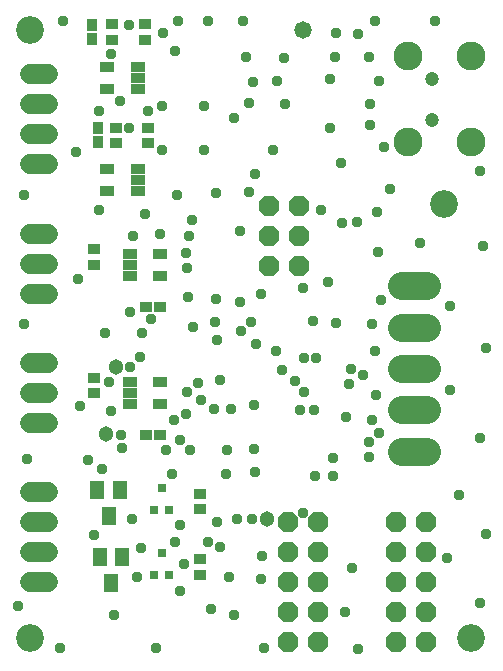
<source format=gbr>
G04 EAGLE Gerber RS-274X export*
G75*
%MOMM*%
%FSLAX34Y34*%
%LPD*%
%INSoldermask Bottom*%
%IPPOS*%
%AMOC8*
5,1,8,0,0,1.08239X$1,22.5*%
G01*
%ADD10C,2.353200*%
%ADD11C,1.203200*%
%ADD12C,2.453200*%
%ADD13R,1.103200X0.903200*%
%ADD14P,1.869504X8X112.500000*%
%ADD15R,1.193200X0.893200*%
%ADD16C,1.711200*%
%ADD17R,1.203200X1.603200*%
%ADD18R,1.128200X0.943200*%
%ADD19R,0.943200X1.128200*%
%ADD20P,1.852186X8X292.500000*%
%ADD21C,1.303200*%
%ADD22C,1.473200*%
%ADD23R,0.803200X0.753200*%
%ADD24C,2.336800*%
%ADD25C,0.959600*%


D10*
X27940Y26670D03*
X27940Y541020D03*
X401320Y26670D03*
X378460Y393700D03*
D11*
X368460Y464950D03*
X368460Y499950D03*
D12*
X401460Y445950D03*
X401460Y518950D03*
X348460Y445950D03*
X348460Y518950D03*
D13*
X97560Y546028D03*
X97560Y533028D03*
D14*
X255672Y341272D03*
X230272Y341272D03*
X255672Y366672D03*
X230272Y366672D03*
X255672Y392072D03*
X230272Y392072D03*
D15*
X119650Y423700D03*
X119650Y414200D03*
X119650Y404700D03*
X93750Y404700D03*
X93750Y423700D03*
X119650Y510060D03*
X119650Y500560D03*
X119650Y491060D03*
X93750Y491060D03*
X93750Y510060D03*
X112666Y224312D03*
X112666Y233812D03*
X112666Y243312D03*
X138566Y243312D03*
X138566Y224312D03*
X112666Y332714D03*
X112666Y342214D03*
X112666Y351714D03*
X138566Y351714D03*
X138566Y332714D03*
D13*
X125910Y546028D03*
X125910Y533028D03*
X101116Y458144D03*
X101116Y445144D03*
X128450Y458144D03*
X128450Y445144D03*
X172458Y148580D03*
X172458Y135580D03*
X172458Y93044D03*
X172458Y80044D03*
D16*
X43100Y368300D02*
X28020Y368300D01*
X28020Y342900D02*
X43100Y342900D01*
X43100Y317500D02*
X28020Y317500D01*
X28020Y259080D02*
X43100Y259080D01*
X43100Y233680D02*
X28020Y233680D01*
X28020Y208280D02*
X43100Y208280D01*
D17*
X96732Y73278D03*
X106232Y95278D03*
X87232Y95278D03*
X94700Y129996D03*
X104200Y151996D03*
X85200Y151996D03*
D13*
X82656Y246784D03*
X82656Y233784D03*
X82656Y355412D03*
X82656Y342412D03*
D18*
X138620Y306822D03*
X126620Y306822D03*
D19*
X86106Y446374D03*
X86106Y458374D03*
X81026Y533242D03*
X81026Y545242D03*
D18*
X138588Y198120D03*
X126588Y198120D03*
D16*
X43100Y504190D02*
X28020Y504190D01*
X28020Y478790D02*
X43100Y478790D01*
X43100Y453390D02*
X28020Y453390D01*
X28020Y427990D02*
X43100Y427990D01*
D20*
X271780Y124460D03*
X246380Y124460D03*
X271780Y99060D03*
X246380Y99060D03*
X271780Y73660D03*
X246380Y73660D03*
X271780Y48260D03*
X246380Y48260D03*
X271780Y22860D03*
X246380Y22860D03*
D21*
X101092Y256032D03*
X92964Y199136D03*
X228600Y127000D03*
D16*
X43100Y149860D02*
X28020Y149860D01*
X28020Y124460D02*
X43100Y124460D01*
X43100Y99060D02*
X28020Y99060D01*
X28020Y73660D02*
X43100Y73660D01*
D20*
X363220Y124460D03*
X337820Y124460D03*
X363220Y99060D03*
X337820Y99060D03*
X363220Y73660D03*
X337820Y73660D03*
X363220Y48260D03*
X337820Y48260D03*
X363220Y22860D03*
X337820Y22860D03*
D22*
X259080Y541020D03*
D23*
X146200Y135022D03*
X133200Y135022D03*
X139700Y153522D03*
X146200Y79650D03*
X133200Y79650D03*
X139700Y98150D03*
D24*
X343232Y184000D02*
X364568Y184000D01*
X364568Y219000D02*
X343232Y219000D01*
X343232Y254000D02*
X364568Y254000D01*
X364568Y289000D02*
X343232Y289000D01*
X343232Y324000D02*
X364568Y324000D01*
D25*
X324104Y498348D03*
X166116Y289560D03*
X186944Y278892D03*
X280416Y327406D03*
X252984Y243840D03*
X22860Y292100D03*
X25400Y177800D03*
X22860Y401320D03*
X53340Y17780D03*
X134620Y17780D03*
X226060Y17780D03*
X306324Y16764D03*
X294640Y48260D03*
X408940Y55880D03*
X381000Y93980D03*
X408940Y195580D03*
X411480Y358140D03*
X95504Y242824D03*
X208280Y548640D03*
X55880Y548640D03*
X175260Y439420D03*
X370840Y548640D03*
X237744Y498348D03*
X164084Y185420D03*
X184404Y219964D03*
X114300Y127000D03*
X99060Y45720D03*
X17780Y53340D03*
X68580Y330200D03*
X70612Y222504D03*
X200660Y45720D03*
X223520Y76200D03*
X112776Y302260D03*
X115316Y366776D03*
X322580Y353060D03*
X332740Y406400D03*
X97028Y521208D03*
X67564Y437896D03*
X86360Y388620D03*
X217932Y223520D03*
X154940Y66040D03*
X414020Y114300D03*
X151384Y107696D03*
X82296Y113284D03*
X203200Y127000D03*
X106172Y187452D03*
X163068Y366776D03*
X205740Y370840D03*
X206248Y310896D03*
X162052Y315468D03*
X414020Y271780D03*
X284480Y163830D03*
X391160Y147320D03*
X383540Y236220D03*
X383540Y307340D03*
X259334Y323088D03*
X219710Y275590D03*
X121412Y264668D03*
X91440Y284480D03*
X300736Y85344D03*
X408940Y421640D03*
X244348Y478536D03*
X216916Y496824D03*
X233680Y439420D03*
X218440Y419100D03*
X185420Y313436D03*
X317500Y292100D03*
X287528Y293116D03*
X223520Y317500D03*
X189484Y103124D03*
X153924Y548640D03*
X175260Y477012D03*
X200660Y466344D03*
X140208Y477012D03*
X86360Y472440D03*
X139700Y439420D03*
X211328Y518668D03*
X213868Y479044D03*
X286512Y518668D03*
X243332Y517652D03*
X282448Y499872D03*
X256540Y219456D03*
X148844Y165100D03*
X195072Y185420D03*
X194564Y165100D03*
X189484Y244856D03*
X320040Y548640D03*
X314960Y518160D03*
X291592Y428752D03*
X322072Y387096D03*
X161544Y339344D03*
X320040Y269748D03*
X321564Y232156D03*
X325120Y312420D03*
X358140Y360680D03*
X327660Y441960D03*
X298704Y241300D03*
X165608Y380238D03*
X274320Y388620D03*
X112268Y458216D03*
X112268Y545592D03*
X281940Y458216D03*
X299720Y254000D03*
X179246Y548424D03*
X309880Y248920D03*
X152400Y401320D03*
X170180Y242570D03*
X138176Y368808D03*
X161290Y234950D03*
X155448Y194056D03*
X125476Y385572D03*
X206746Y286512D03*
X224536Y96012D03*
X122428Y102616D03*
X185420Y403352D03*
X198120Y220472D03*
X323596Y199644D03*
X317500Y210820D03*
X149860Y210820D03*
X154940Y121920D03*
X159004Y88900D03*
X181102Y50546D03*
X179070Y107442D03*
X160020Y215900D03*
X296164Y213360D03*
X314960Y179324D03*
X315214Y192532D03*
X236220Y269240D03*
X218186Y186182D03*
X213360Y403860D03*
X88900Y169512D03*
X104140Y481076D03*
X315976Y460756D03*
X315976Y478536D03*
X128524Y472948D03*
X140850Y538508D03*
X150876Y523240D03*
X306324Y537464D03*
X304800Y378460D03*
X292608Y377952D03*
X286992Y538508D03*
X160476Y351976D03*
X122936Y284988D03*
X172720Y227584D03*
X186680Y124958D03*
X96520Y218440D03*
X118872Y77724D03*
X197104Y77724D03*
X260096Y234442D03*
X259588Y132080D03*
X284480Y179070D03*
X270408Y263652D03*
X184912Y293624D03*
X268224Y294640D03*
X215392Y294132D03*
X77216Y177292D03*
X260604Y263652D03*
X130556Y296672D03*
X143764Y185928D03*
X218694Y166624D03*
X241300Y252984D03*
X269240Y163830D03*
X268872Y219710D03*
X112908Y255392D03*
X105146Y198628D03*
X215900Y127000D03*
M02*

</source>
